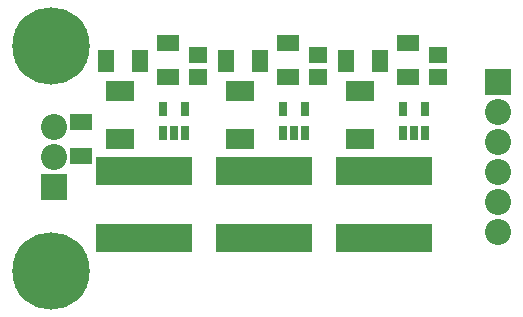
<source format=gts>
%FSLAX25Y25*%
%MOIN*%
G70*
G01*
G75*
G04 Layer_Color=8388736*
%ADD10R,0.08600X0.06000*%
%ADD11R,0.07087X0.05118*%
%ADD12R,0.02165X0.04134*%
%ADD13R,0.05118X0.07087*%
%ADD14R,0.31496X0.08661*%
%ADD15R,0.05315X0.04724*%
%ADD16C,0.03000*%
%ADD17C,0.06000*%
%ADD18C,0.02000*%
%ADD19C,0.01500*%
%ADD20C,0.01000*%
%ADD21C,0.10000*%
%ADD22C,0.07874*%
%ADD23R,0.07874X0.07874*%
%ADD24C,0.25000*%
%ADD25C,0.02700*%
%ADD26C,0.15000*%
%ADD27C,0.00800*%
%ADD28C,0.00984*%
%ADD29C,0.00700*%
%ADD30C,0.01200*%
%ADD31C,0.00787*%
%ADD32C,0.00500*%
%ADD33R,0.09400X0.06800*%
%ADD34R,0.07687X0.05718*%
%ADD35R,0.02965X0.04934*%
%ADD36R,0.05718X0.07687*%
%ADD37R,0.32296X0.09461*%
%ADD38R,0.05915X0.05324*%
%ADD39C,0.08674*%
%ADD40R,0.08674X0.08674*%
%ADD41C,0.25800*%
D33*
X978000Y690000D02*
D03*
Y674000D02*
D03*
X938000Y690000D02*
D03*
Y674000D02*
D03*
X898000Y690000D02*
D03*
Y674000D02*
D03*
D34*
X885000Y679709D02*
D03*
Y668291D02*
D03*
X914000Y706000D02*
D03*
Y694583D02*
D03*
X954000Y706000D02*
D03*
Y694583D02*
D03*
X994000Y706000D02*
D03*
Y694583D02*
D03*
D35*
X912260Y675965D02*
D03*
X916000D02*
D03*
X919740D02*
D03*
Y684035D02*
D03*
X912260D02*
D03*
X952260Y675965D02*
D03*
X956000D02*
D03*
X959740D02*
D03*
Y684035D02*
D03*
X952260D02*
D03*
X992260Y675965D02*
D03*
X996000D02*
D03*
X999740D02*
D03*
Y684035D02*
D03*
X992260D02*
D03*
D36*
X893291Y700000D02*
D03*
X904709D02*
D03*
X933291D02*
D03*
X944709D02*
D03*
X973291D02*
D03*
X984709D02*
D03*
D37*
X906000Y640779D02*
D03*
Y663221D02*
D03*
X946000Y640779D02*
D03*
Y663221D02*
D03*
X986000Y640779D02*
D03*
Y663221D02*
D03*
D38*
X924000Y694551D02*
D03*
Y702032D02*
D03*
X964000Y694551D02*
D03*
Y702032D02*
D03*
X1004000Y694551D02*
D03*
Y702032D02*
D03*
D39*
X1024000Y643000D02*
D03*
Y653000D02*
D03*
Y663000D02*
D03*
Y673000D02*
D03*
Y683000D02*
D03*
X876000Y678000D02*
D03*
Y668000D02*
D03*
D40*
X1024000Y693000D02*
D03*
X876000Y658000D02*
D03*
D41*
X875000Y705000D02*
D03*
Y630000D02*
D03*
M02*

</source>
